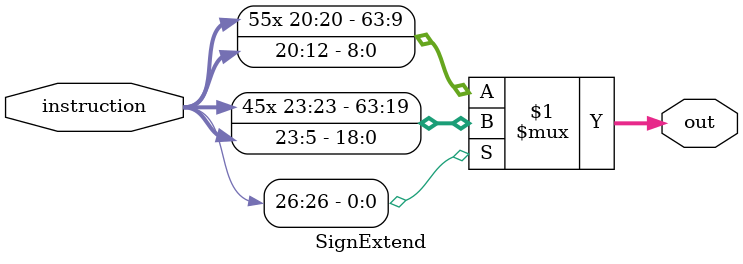
<source format=v>
`timescale 1ns / 1ps
module SignExtend( instruction, out
    );
	 
	 input [31:0] instruction;
	 output [63:0] out;
	 
	 assign out = instruction[26] ? {{45{instruction[23]}}, instruction[23:5]} : {{55{instruction[20]}}, instruction[20:12]};


endmodule

</source>
